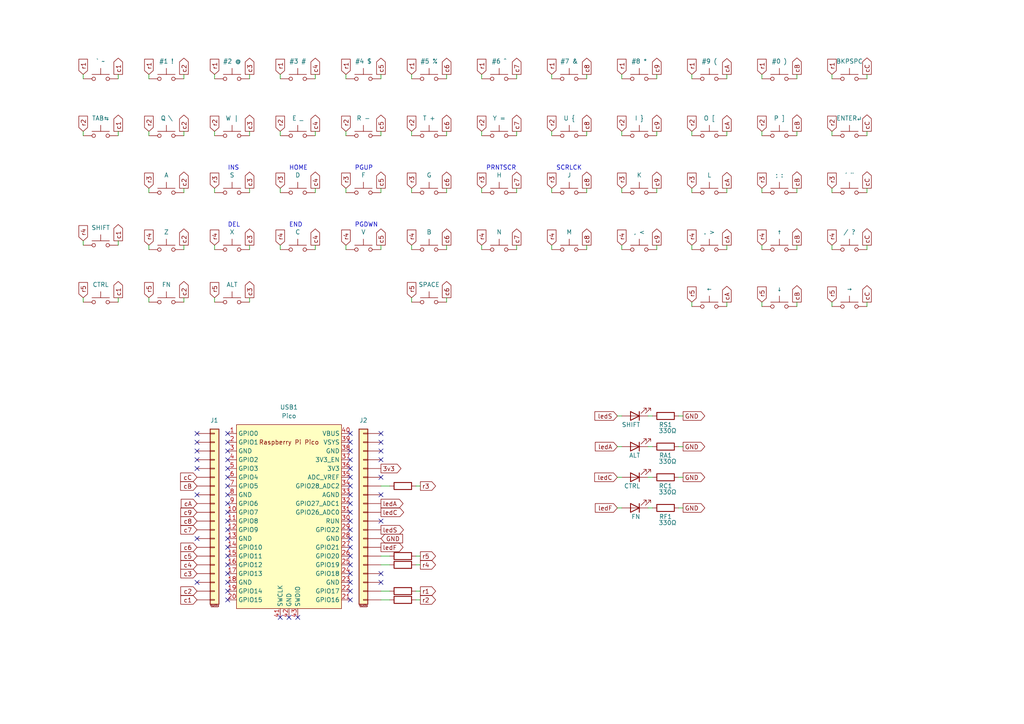
<source format=kicad_sch>
(kicad_sch (version 20211123) (generator eeschema)
  (paper "A4")
  (title_block (title "Pico QWERTY for Cyberdeck") (date "2024-12-02") (rev "v1.0") (comment 1 "by Juancho386") (comment 2 "https://github.com/juancho386/circuits/tree/main/cyberdeck"))
  (lib_symbols
    (symbol "Conn_01x20_MountingPin_1" (pin_numbers hide) (pin_names (offset 1.016) hide)
      (property "Reference" "J1" (at -1.27 26.67 0))
      (symbol "Conn_01x20_MountingPin_1_1_1"
        (rectangle (start -1.27 -25.273) (end 0 -25.527) (stroke (width 0.1524)))
        (rectangle (start -1.27 -22.733) (end 0 -22.987) (stroke (width 0.1524)))
        (rectangle (start -1.27 -20.193) (end 0 -20.447) (stroke (width 0.1524)))
        (rectangle (start -1.27 -17.653) (end 0 -17.907) (stroke (width 0.1524)))
        (rectangle (start -1.27 -15.113) (end 0 -15.367) (stroke (width 0.1524)))
        (rectangle (start -1.27 -12.573) (end 0 -12.827) (stroke (width 0.1524)))
        (rectangle (start -1.27 -10.033) (end 0 -10.287) (stroke (width 0.1524)))
        (rectangle (start -1.27 -7.493) (end 0 -7.747) (stroke (width 0.1524)))
        (rectangle (start -1.27 -4.953) (end 0 -5.207) (stroke (width 0.1524)))
        (rectangle (start -1.27 -2.413) (end 0 -2.667) (stroke (width 0.1524)))
        (rectangle (start -1.27 0.127) (end 0 -0.127) (stroke (width 0.1524)))
        (rectangle (start -1.27 2.667) (end 0 2.413) (stroke (width 0.1524)))
        (rectangle (start -1.27 5.207) (end 0 4.953) (stroke (width 0.1524)))
        (rectangle (start -1.27 7.747) (end 0 7.493) (stroke (width 0.1524)))
        (rectangle (start -1.27 10.287) (end 0 10.033) (stroke (width 0.1524)))
        (rectangle (start -1.27 12.827) (end 0 12.573) (stroke (width 0.1524)))
        (rectangle (start -1.27 15.367) (end 0 15.113) (stroke (width 0.1524)))
        (rectangle (start -1.27 17.907) (end 0 17.653) (stroke (width 0.1524)))
        (rectangle (start -1.27 20.447) (end 0 20.193) (stroke (width 0.1524)))
        (rectangle (start -1.27 22.987) (end 0 22.733) (stroke (width 0.1524)))
        (rectangle (start -1.27 24.13) (end 1.27 -26.67) (stroke (width 0.254)) (fill (type background)))
        (polyline (pts (xy -1.016 -27.432) (xy 1.016 -27.432)) (stroke (width 0.1524)))
        (text "Mounting" (at 0 -27.051 0) (effects (font (size 0.381 0.381))))
        (pin passive line (at -5.08 22.86 0) (length 3.81) (name "Pin_1") (number "1"))
        (pin passive line (at -5.08 0 0) (length 3.81) (name "Pin_10") (number "10"))
        (pin passive line (at -5.08 -2.54 0) (length 3.81) (name "Pin_11") (number "11"))
        (pin passive line (at -5.08 -5.08 0) (length 3.81) (name "Pin_12") (number "12"))
        (pin passive line (at -5.08 -7.62 0) (length 3.81) (name "Pin_13") (number "13"))
        (pin passive line (at -5.08 -10.16 0) (length 3.81) (name "Pin_14") (number "14"))
        (pin passive line (at -5.08 -12.7 0) (length 3.81) (name "Pin_15") (number "15"))
        (pin passive line (at -5.08 -15.24 0) (length 3.81) (name "Pin_16") (number "16"))
        (pin passive line (at -5.08 -17.78 0) (length 3.81) (name "Pin_17") (number "17"))
        (pin passive line (at -5.08 -20.32 0) (length 3.81) (name "Pin_18") (number "18"))
        (pin passive line (at -5.08 -22.86 0) (length 3.81) (name "Pin_19") (number "19"))
        (pin passive line (at -5.08 20.32 0) (length 3.81) (name "Pin_2") (number "2"))
        (pin passive line (at -5.08 -25.4 0) (length 3.81) (name "Pin_20") (number "20"))
        (pin passive line (at -5.08 17.78 0) (length 3.81) (name "Pin_3") (number "3"))
        (pin passive line (at -5.08 15.24 0) (length 3.81) (name "Pin_4") (number "4"))
        (pin passive line (at -5.08 12.7 0) (length 3.81) (name "Pin_5") (number "5"))
        (pin passive line (at -5.08 10.16 0) (length 3.81) (name "Pin_6") (number "6"))
        (pin passive line (at -5.08 7.62 0) (length 3.81) (name "Pin_7") (number "7"))
        (pin passive line (at -5.08 5.08 0) (length 3.81) (name "Pin_8") (number "8"))
        (pin passive line (at -5.08 2.54 0) (length 3.81) (name "Pin_9") (number "9"))
      )
    )
    (symbol "Connector_Generic_MountingPin:Conn_01x20_MountingPin" (pin_numbers hide) (pin_names (offset 1.016) hide)
      (property "Reference" "J2" (at 0 26.67 0))
      (symbol "Conn_01x20_MountingPin_1_1"
        (rectangle (start -1.27 -25.273) (end 0 -25.527) (stroke (width 0.1524)))
        (rectangle (start -1.27 -22.733) (end 0 -22.987) (stroke (width 0.1524)))
        (rectangle (start -1.27 -20.193) (end 0 -20.447) (stroke (width 0.1524)))
        (rectangle (start -1.27 -17.653) (end 0 -17.907) (stroke (width 0.1524)))
        (rectangle (start -1.27 -15.113) (end 0 -15.367) (stroke (width 0.1524)))
        (rectangle (start -1.27 -12.573) (end 0 -12.827) (stroke (width 0.1524)))
        (rectangle (start -1.27 -10.033) (end 0 -10.287) (stroke (width 0.1524)))
        (rectangle (start -1.27 -7.493) (end 0 -7.747) (stroke (width 0.1524)))
        (rectangle (start -1.27 -4.953) (end 0 -5.207) (stroke (width 0.1524)))
        (rectangle (start -1.27 -2.413) (end 0 -2.667) (stroke (width 0.1524)))
        (rectangle (start -1.27 0.127) (end 0 -0.127) (stroke (width 0.1524)))
        (rectangle (start -1.27 2.667) (end 0 2.413) (stroke (width 0.1524)))
        (rectangle (start -1.27 5.207) (end 0 4.953) (stroke (width 0.1524)))
        (rectangle (start -1.27 7.747) (end 0 7.493) (stroke (width 0.1524)))
        (rectangle (start -1.27 10.287) (end 0 10.033) (stroke (width 0.1524)))
        (rectangle (start -1.27 12.827) (end 0 12.573) (stroke (width 0.1524)))
        (rectangle (start -1.27 15.367) (end 0 15.113) (stroke (width 0.1524)))
        (rectangle (start -1.27 17.907) (end 0 17.653) (stroke (width 0.1524)))
        (rectangle (start -1.27 20.447) (end 0 20.193) (stroke (width 0.1524)))
        (rectangle (start -1.27 22.987) (end 0 22.733) (stroke (width 0.1524)))
        (rectangle (start -1.27 24.13) (end 1.27 -26.67) (stroke (width 0.254)) (fill (type background)))
        (polyline (pts (xy -1.016 -27.432) (xy 1.016 -27.432)) (stroke (width 0.1524)))
        (text "Mounting" (at 0 -27.051 0) (effects (font (size 0.381 0.381))))
        (pin passive line (at -5.08 22.86 0) (length 3.81) (name "Pin_1") (number "1"))
        (pin passive line (at -5.08 0 0) (length 3.81) (name "Pin_10") (number "10"))
        (pin passive line (at -5.08 -2.54 0) (length 3.81) (name "Pin_11") (number "11"))
        (pin passive line (at -5.08 -5.08 0) (length 3.81) (name "Pin_12") (number "12"))
        (pin passive line (at -5.08 -7.62 0) (length 3.81) (name "Pin_13") (number "13"))
        (pin passive line (at -5.08 -10.16 0) (length 3.81) (name "Pin_14") (number "14"))
        (pin passive line (at -5.08 -12.7 0) (length 3.81) (name "Pin_15") (number "15"))
        (pin passive line (at -5.08 -15.24 0) (length 3.81) (name "Pin_16") (number "16"))
        (pin passive line (at -5.08 -17.78 0) (length 3.81) (name "Pin_17") (number "17"))
        (pin passive line (at -5.08 -20.32 0) (length 3.81) (name "Pin_18") (number "18"))
        (pin passive line (at -5.08 -22.86 0) (length 3.81) (name "Pin_19") (number "19"))
        (pin passive line (at -5.08 20.32 0) (length 3.81) (name "Pin_2") (number "2"))
        (pin passive line (at -5.08 -25.4 0) (length 3.81) (name "Pin_20") (number "20"))
        (pin passive line (at -5.08 17.78 0) (length 3.81) (name "Pin_3") (number "3"))
        (pin passive line (at -5.08 15.24 0) (length 3.81) (name "Pin_4") (number "4"))
        (pin passive line (at -5.08 12.7 0) (length 3.81) (name "Pin_5") (number "5"))
        (pin passive line (at -5.08 10.16 0) (length 3.81) (name "Pin_6") (number "6"))
        (pin passive line (at -5.08 7.62 0) (length 3.81) (name "Pin_7") (number "7"))
        (pin passive line (at -5.08 5.08 0) (length 3.81) (name "Pin_8") (number "8"))
        (pin passive line (at -5.08 2.54 0) (length 3.81) (name "Pin_9") (number "9"))
      )
    )
    (symbol "Device:LED" (pin_numbers hide) (pin_names (offset 1.016) hide)
      (property "Reference" "D" (at 0 2.54 0))
      (property "Value" "LED" (at 0 -2.54 0))
      (symbol "LED_0_1"
        (polyline (pts (xy -1.27 -1.27) (xy -1.27 1.27)) (stroke (width 0.254)))
        (polyline (pts (xy -1.27 0) (xy 1.27 0)))
        (polyline (pts (xy 1.27 -1.27) (xy 1.27 1.27) (xy -1.27 0) (xy 1.27 -1.27)) (stroke (width 0.254)))
        (polyline (pts (xy -3.048 -0.762) (xy -4.572 -2.286) (xy -3.81 -2.286) (xy -4.572 -2.286) (xy -4.572 -1.524)))
        (polyline (pts (xy -1.778 -0.762) (xy -3.302 -2.286) (xy -2.54 -2.286) (xy -3.302 -2.286) (xy -3.302 -1.524)))
      )
      (symbol "LED_1_1"
        (pin passive line (at -3.81 0 0) (length 2.54) (name "K") (number "1"))
        (pin passive line (at 3.81 0 180) (length 2.54) (name "A") (number "2"))
      )
    )
    (symbol "Device:R" (pin_numbers hide) (pin_names (offset 0))
      (property "Reference" "R" (at 2.032 0 90))
      (property "Value" "R" (at 0 0 90))
      (symbol "R_0_1"
        (rectangle (start -1.016 -2.54) (end 1.016 2.54) (stroke (width 0.254)))
      )
      (symbol "R_1_1"
        (pin passive line (at 0 3.81 270) (length 1.27) (name "~") (number "1"))
        (pin passive line (at 0 -3.81 90) (length 1.27) (name "~") (number "2"))
      )
    )
    (symbol "MCU_RaspberryPi_and_Boards:Pico"
      (property "Reference" "U" (at -13.97 27.94 0))
      (property "Value" "Pico" (at 0 19.05 0))
      (symbol "Pico_0_0"
        (text "Raspberry Pi Pico" (at 0 21.59 0) (effects (font (size 1.27 1.27))))
      )
      (symbol "Pico_0_1"
        (rectangle (start -15.24 26.67) (end 15.24 -26.67) (fill (type background)))
      )
      (symbol "Pico_1_1"
        (pin bidirectional line (at -17.78 24.13 0) (length 2.54) (name "GPIO0") (number "1"))
        (pin bidirectional line (at -17.78 1.27 0) (length 2.54) (name "GPIO7") (number "10"))
        (pin bidirectional line (at -17.78 -1.27 0) (length 2.54) (name "GPIO8") (number "11"))
        (pin bidirectional line (at -17.78 -3.81 0) (length 2.54) (name "GPIO9") (number "12"))
        (pin power_in line (at -17.78 -6.35 0) (length 2.54) (name "GND") (number "13"))
        (pin bidirectional line (at -17.78 -8.89 0) (length 2.54) (name "GPIO10") (number "14"))
        (pin bidirectional line (at -17.78 -11.43 0) (length 2.54) (name "GPIO11") (number "15"))
        (pin bidirectional line (at -17.78 -13.97 0) (length 2.54) (name "GPIO12") (number "16"))
        (pin bidirectional line (at -17.78 -16.51 0) (length 2.54) (name "GPIO13") (number "17"))
        (pin power_in line (at -17.78 -19.05 0) (length 2.54) (name "GND") (number "18"))
        (pin bidirectional line (at -17.78 -21.59 0) (length 2.54) (name "GPIO14") (number "19"))
        (pin bidirectional line (at -17.78 21.59 0) (length 2.54) (name "GPIO1") (number "2"))
        (pin bidirectional line (at -17.78 -24.13 0) (length 2.54) (name "GPIO15") (number "20"))
        (pin bidirectional line (at 17.78 -24.13 180) (length 2.54) (name "GPIO16") (number "21"))
        (pin bidirectional line (at 17.78 -21.59 180) (length 2.54) (name "GPIO17") (number "22"))
        (pin power_in line (at 17.78 -19.05 180) (length 2.54) (name "GND") (number "23"))
        (pin bidirectional line (at 17.78 -16.51 180) (length 2.54) (name "GPIO18") (number "24"))
        (pin bidirectional line (at 17.78 -13.97 180) (length 2.54) (name "GPIO19") (number "25"))
        (pin bidirectional line (at 17.78 -11.43 180) (length 2.54) (name "GPIO20") (number "26"))
        (pin bidirectional line (at 17.78 -8.89 180) (length 2.54) (name "GPIO21") (number "27"))
        (pin power_in line (at 17.78 -6.35 180) (length 2.54) (name "GND") (number "28"))
        (pin bidirectional line (at 17.78 -3.81 180) (length 2.54) (name "GPIO22") (number "29"))
        (pin power_in line (at -17.78 19.05 0) (length 2.54) (name "GND") (number "3"))
        (pin input line (at 17.78 -1.27 180) (length 2.54) (name "RUN") (number "30"))
        (pin bidirectional line (at 17.78 1.27 180) (length 2.54) (name "GPIO26_ADC0") (number "31"))
        (pin bidirectional line (at 17.78 3.81 180) (length 2.54) (name "GPIO27_ADC1") (number "32"))
        (pin power_in line (at 17.78 6.35 180) (length 2.54) (name "AGND") (number "33"))
        (pin bidirectional line (at 17.78 8.89 180) (length 2.54) (name "GPIO28_ADC2") (number "34"))
        (pin power_in line (at 17.78 11.43 180) (length 2.54) (name "ADC_VREF") (number "35"))
        (pin power_in line (at 17.78 13.97 180) (length 2.54) (name "3V3") (number "36"))
        (pin input line (at 17.78 16.51 180) (length 2.54) (name "3V3_EN") (number "37"))
        (pin bidirectional line (at 17.78 19.05 180) (length 2.54) (name "GND") (number "38"))
        (pin power_in line (at 17.78 21.59 180) (length 2.54) (name "VSYS") (number "39"))
        (pin bidirectional line (at -17.78 16.51 0) (length 2.54) (name "GPIO2") (number "4"))
        (pin power_in line (at 17.78 24.13 180) (length 2.54) (name "VBUS") (number "40"))
        (pin input line (at -2.54 -29.21 90) (length 2.54) (name "SWCLK") (number "41"))
        (pin power_in line (at 0 -29.21 90) (length 2.54) (name "GND") (number "42"))
        (pin bidirectional line (at 2.54 -29.21 90) (length 2.54) (name "SWDIO") (number "43"))
        (pin bidirectional line (at -17.78 13.97 0) (length 2.54) (name "GPIO3") (number "5"))
        (pin bidirectional line (at -17.78 11.43 0) (length 2.54) (name "GPIO4") (number "6"))
        (pin bidirectional line (at -17.78 8.89 0) (length 2.54) (name "GPIO5") (number "7"))
        (pin power_in line (at -17.78 6.35 0) (length 2.54) (name "GND") (number "8"))
        (pin bidirectional line (at -17.78 3.81 0) (length 2.54) (name "GPIO6") (number "9"))
      )
    )
    (symbol "Switch:SW_Push" (pin_numbers hide) (pin_names (offset 1.016) hide)
      (property "Reference" "SW" (at 1.27 2.54 0))
      (property "Value" "SW_Push" (at 0 -1.524 0))
      (symbol "SW_Push_0_1"
        (circle (center -2.032 0) (radius 0.508))
        (polyline (pts (xy 0 1.27) (xy 0 3.048)))
        (polyline (pts (xy 2.54 1.27) (xy -2.54 1.27)))
        (circle (center 2.032 0) (radius 0.508))
        (pin passive line (at -5.08 0 0) (length 2.54) (name "1") (number "1"))
        (pin passive line (at 5.08 0 180) (length 2.54) (name "2") (number "2"))
      )
    )
  )
  (no_connect (at 110.49 166.37))
  (no_connect (at 110.49 138.43))
  (no_connect (at 81.28 179.07))
  (no_connect (at 83.82 179.07))
  (no_connect (at 86.36 179.07))
  (no_connect (at 66.04 168.91))
  (no_connect (at 66.04 130.81))
  (no_connect (at 66.04 133.35))
  (no_connect (at 66.04 135.89))
  (no_connect (at 66.04 143.51))
  (no_connect (at 66.04 156.21))
  (no_connect (at 101.6 125.73))
  (no_connect (at 66.04 125.73))
  (no_connect (at 66.04 128.27))
  (no_connect (at 101.6 133.35))
  (no_connect (at 101.6 130.81))
  (no_connect (at 101.6 128.27))
  (no_connect (at 101.6 151.13))
  (no_connect (at 101.6 168.91))
  (no_connect (at 101.6 143.51))
  (no_connect (at 101.6 140.97))
  (no_connect (at 101.6 138.43))
  (no_connect (at 101.6 148.59))
  (no_connect (at 110.49 143.51))
  (no_connect (at 110.49 151.13))
  (no_connect (at 110.49 125.73))
  (no_connect (at 110.49 128.27))
  (no_connect (at 110.49 130.81))
  (no_connect (at 110.49 133.35))
  (no_connect (at 101.6 153.67))
  (no_connect (at 101.6 156.21))
  (no_connect (at 101.6 158.75))
  (no_connect (at 101.6 161.29))
  (no_connect (at 101.6 163.83))
  (no_connect (at 101.6 166.37))
  (no_connect (at 110.49 168.91))
  (no_connect (at 57.15 156.21))
  (no_connect (at 66.04 173.99))
  (no_connect (at 57.15 168.91))
  (no_connect (at 57.15 143.51))
  (no_connect (at 66.04 171.45))
  (no_connect (at 66.04 166.37))
  (no_connect (at 66.04 163.83))
  (no_connect (at 66.04 161.29))
  (no_connect (at 66.04 158.75))
  (no_connect (at 66.04 153.67))
  (no_connect (at 66.04 151.13))
  (no_connect (at 66.04 148.59))
  (no_connect (at 66.04 146.05))
  (no_connect (at 66.04 140.97))
  (no_connect (at 66.04 138.43))
  (no_connect (at 101.6 135.89))
  (no_connect (at 101.6 146.05))
  (no_connect (at 101.6 173.99))
  (no_connect (at 101.6 171.45))
  (no_connect (at 57.15 125.73))
  (no_connect (at 57.15 135.89))
  (no_connect (at 57.15 133.35))
  (no_connect (at 57.15 130.81))
  (no_connect (at 57.15 128.27))
  (wire (pts (xy 110.49 163.83) (xy 113.03 163.83)))
  (wire (pts (xy 200.66 54.61) (xy 200.66 55.88)))
  (wire (pts (xy 119.38 71.12) (xy 119.38 72.39)))
  (wire (pts (xy 34.29 69.85) (xy 34.29 71.12)))
  (wire (pts (xy 110.49 173.99) (xy 113.03 173.99)))
  (wire (pts (xy 210.82 87.63) (xy 210.82 88.9)))
  (wire (pts (xy 53.34 86.36) (xy 53.34 87.63)))
  (wire (pts (xy 119.38 54.61) (xy 119.38 55.88)))
  (wire (pts (xy 62.23 54.61) (xy 62.23 55.88)))
  (wire (pts (xy 110.49 21.59) (xy 110.49 22.86)))
  (wire (pts (xy 170.18 54.61) (xy 170.18 55.88)))
  (wire (pts (xy 34.29 21.59) (xy 34.29 22.86)))
  (wire (pts (xy 129.54 54.61) (xy 129.54 55.88)))
  (wire (pts (xy 139.7 21.59) (xy 139.7 22.86)))
  (wire (pts (xy 160.02 54.61) (xy 160.02 55.88)))
  (wire (pts (xy 187.96 120.65) (xy 189.23 120.65)))
  (wire (pts (xy 129.54 21.59) (xy 129.54 22.86)))
  (wire (pts (xy 81.28 54.61) (xy 81.28 55.88)))
  (wire (pts (xy 231.14 54.61) (xy 231.14 55.88)))
  (wire (pts (xy 62.23 86.36) (xy 62.23 87.63)))
  (wire (pts (xy 24.13 69.85) (xy 24.13 71.12)))
  (wire (pts (xy 100.33 38.1) (xy 100.33 39.37)))
  (wire (pts (xy 72.39 86.36) (xy 72.39 87.63)))
  (wire (pts (xy 190.5 71.12) (xy 190.5 72.39)))
  (wire (pts (xy 43.18 71.12) (xy 43.18 72.39)))
  (wire (pts (xy 251.46 71.12) (xy 251.46 72.39)))
  (wire (pts (xy 43.18 21.59) (xy 43.18 22.86)))
  (wire (pts (xy 190.5 38.1) (xy 190.5 39.37)))
  (wire (pts (xy 180.34 38.1) (xy 180.34 39.37)))
  (wire (pts (xy 190.5 21.59) (xy 190.5 22.86)))
  (wire (pts (xy 196.85 138.43) (xy 198.12 138.43)))
  (wire (pts (xy 110.49 140.97) (xy 113.03 140.97)))
  (wire (pts (xy 139.7 38.1) (xy 139.7 39.37)))
  (wire (pts (xy 129.54 38.1) (xy 129.54 39.37)))
  (wire (pts (xy 180.34 21.59) (xy 180.34 22.86)))
  (wire (pts (xy 120.65 140.97) (xy 121.92 140.97)))
  (wire (pts (xy 231.14 21.59) (xy 231.14 22.86)))
  (wire (pts (xy 241.3 38.1) (xy 241.3 39.37)))
  (wire (pts (xy 100.33 71.12) (xy 100.33 72.39)))
  (wire (pts (xy 119.38 21.59) (xy 119.38 22.86)))
  (wire (pts (xy 72.39 21.59) (xy 72.39 22.86)))
  (wire (pts (xy 231.14 38.1) (xy 231.14 39.37)))
  (wire (pts (xy 119.38 38.1) (xy 119.38 39.37)))
  (wire (pts (xy 43.18 86.36) (xy 43.18 87.63)))
  (wire (pts (xy 110.49 161.29) (xy 113.03 161.29)))
  (wire (pts (xy 220.98 38.1) (xy 220.98 39.37)))
  (wire (pts (xy 81.28 21.59) (xy 81.28 22.86)))
  (wire (pts (xy 180.34 54.61) (xy 180.34 55.88)))
  (wire (pts (xy 139.7 71.12) (xy 139.7 72.39)))
  (wire (pts (xy 210.82 21.59) (xy 210.82 22.86)))
  (wire (pts (xy 187.96 138.43) (xy 189.23 138.43)))
  (wire (pts (xy 210.82 54.61) (xy 210.82 55.88)))
  (wire (pts (xy 43.18 38.1) (xy 43.18 39.37)))
  (wire (pts (xy 200.66 71.12) (xy 200.66 72.39)))
  (wire (pts (xy 34.29 86.36) (xy 34.29 87.63)))
  (wire (pts (xy 72.39 54.61) (xy 72.39 55.88)))
  (wire (pts (xy 24.13 86.36) (xy 24.13 87.63)))
  (wire (pts (xy 81.28 71.12) (xy 81.28 72.39)))
  (wire (pts (xy 120.65 161.29) (xy 121.92 161.29)))
  (wire (pts (xy 196.85 129.54) (xy 198.12 129.54)))
  (wire (pts (xy 129.54 71.12) (xy 129.54 72.39)))
  (wire (pts (xy 220.98 21.59) (xy 220.98 22.86)))
  (wire (pts (xy 187.96 129.54) (xy 189.23 129.54)))
  (wire (pts (xy 241.3 87.63) (xy 241.3 88.9)))
  (wire (pts (xy 220.98 87.63) (xy 220.98 88.9)))
  (wire (pts (xy 190.5 54.61) (xy 190.5 55.88)))
  (wire (pts (xy 180.34 120.65) (xy 179.07 120.65)))
  (wire (pts (xy 160.02 38.1) (xy 160.02 39.37)))
  (wire (pts (xy 53.34 71.12) (xy 53.34 72.39)))
  (wire (pts (xy 149.86 38.1) (xy 149.86 39.37)))
  (wire (pts (xy 120.65 173.99) (xy 121.92 173.99)))
  (wire (pts (xy 100.33 54.61) (xy 100.33 55.88)))
  (wire (pts (xy 241.3 21.59) (xy 241.3 22.86)))
  (wire (pts (xy 170.18 38.1) (xy 170.18 39.37)))
  (wire (pts (xy 251.46 38.1) (xy 251.46 39.37)))
  (wire (pts (xy 210.82 71.12) (xy 210.82 72.39)))
  (wire (pts (xy 53.34 54.61) (xy 53.34 55.88)))
  (wire (pts (xy 196.85 120.65) (xy 198.12 120.65)))
  (wire (pts (xy 231.14 71.12) (xy 231.14 72.39)))
  (wire (pts (xy 220.98 71.12) (xy 220.98 72.39)))
  (wire (pts (xy 81.28 38.1) (xy 81.28 39.37)))
  (wire (pts (xy 72.39 38.1) (xy 72.39 39.37)))
  (wire (pts (xy 91.44 71.12) (xy 91.44 72.39)))
  (wire (pts (xy 231.14 87.63) (xy 231.14 88.9)))
  (wire (pts (xy 180.34 138.43) (xy 179.07 138.43)))
  (wire (pts (xy 210.82 38.1) (xy 210.82 39.37)))
  (wire (pts (xy 241.3 54.61) (xy 241.3 55.88)))
  (wire (pts (xy 200.66 21.59) (xy 200.66 22.86)))
  (wire (pts (xy 53.34 38.1) (xy 53.34 39.37)))
  (wire (pts (xy 196.85 147.32) (xy 198.12 147.32)))
  (wire (pts (xy 220.98 54.61) (xy 220.98 55.88)))
  (wire (pts (xy 149.86 71.12) (xy 149.86 72.39)))
  (wire (pts (xy 91.44 38.1) (xy 91.44 39.37)))
  (wire (pts (xy 91.44 21.59) (xy 91.44 22.86)))
  (wire (pts (xy 200.66 87.63) (xy 200.66 88.9)))
  (wire (pts (xy 180.34 71.12) (xy 180.34 72.39)))
  (wire (pts (xy 129.54 86.36) (xy 129.54 87.63)))
  (wire (pts (xy 62.23 71.12) (xy 62.23 72.39)))
  (wire (pts (xy 139.7 54.61) (xy 139.7 55.88)))
  (wire (pts (xy 119.38 86.36) (xy 119.38 87.63)))
  (wire (pts (xy 62.23 21.59) (xy 62.23 22.86)))
  (wire (pts (xy 100.33 21.59) (xy 100.33 22.86)))
  (wire (pts (xy 53.34 21.59) (xy 53.34 22.86)))
  (wire (pts (xy 43.18 54.61) (xy 43.18 55.88)))
  (wire (pts (xy 34.29 38.1) (xy 34.29 39.37)))
  (wire (pts (xy 110.49 38.1) (xy 110.49 39.37)))
  (wire (pts (xy 160.02 21.59) (xy 160.02 22.86)))
  (wire (pts (xy 110.49 71.12) (xy 110.49 72.39)))
  (wire (pts (xy 180.34 147.32) (xy 179.07 147.32)))
  (wire (pts (xy 149.86 54.61) (xy 149.86 55.88)))
  (wire (pts (xy 170.18 71.12) (xy 170.18 72.39)))
  (wire (pts (xy 149.86 21.59) (xy 149.86 22.86)))
  (wire (pts (xy 24.13 38.1) (xy 24.13 39.37)))
  (wire (pts (xy 62.23 38.1) (xy 62.23 39.37)))
  (wire (pts (xy 251.46 87.63) (xy 251.46 88.9)))
  (wire (pts (xy 110.49 54.61) (xy 110.49 55.88)))
  (wire (pts (xy 241.3 71.12) (xy 241.3 72.39)))
  (wire (pts (xy 160.02 71.12) (xy 160.02 72.39)))
  (wire (pts (xy 120.65 171.45) (xy 121.92 171.45)))
  (wire (pts (xy 251.46 54.61) (xy 251.46 55.88)))
  (wire (pts (xy 110.49 171.45) (xy 113.03 171.45)))
  (wire (pts (xy 251.46 21.59) (xy 251.46 22.86)))
  (wire (pts (xy 200.66 38.1) (xy 200.66 39.37)))
  (wire (pts (xy 187.96 147.32) (xy 189.23 147.32)))
  (wire (pts (xy 180.34 129.54) (xy 179.07 129.54)))
  (wire (pts (xy 24.13 21.59) (xy 24.13 22.86)))
  (wire (pts (xy 170.18 21.59) (xy 170.18 22.86)))
  (wire (pts (xy 91.44 54.61) (xy 91.44 55.88)))
  (wire (pts (xy 120.65 163.83) (xy 121.92 163.83)))
  (wire (pts (xy 72.39 71.12) (xy 72.39 72.39)))
  (text "SCRLCK" (at 161.29 49.53 0) (effects (font (size 1.27 1.27)) (justify left bottom)))
  (text "PGUP" (at 102.87 49.53 0) (effects (font (size 1.27 1.27)) (justify left bottom)))
  (text "HOME\n" (at 83.82 49.53 0) (effects (font (size 1.27 1.27)) (justify left bottom)))
  (text "PGDWN" (at 102.87 66.04 0) (effects (font (size 1.27 1.27)) (justify left bottom)))
  (text "INS" (at 66.04 49.53 0) (effects (font (size 1.27 1.27)) (justify left bottom)))
  (text "DEL" (at 66.04 66.04 0) (effects (font (size 1.27 1.27)) (justify left bottom)))
  (text "END" (at 83.82 66.04 0) (effects (font (size 1.27 1.27)) (justify left bottom)))
  (text "PRNTSCR" (at 140.97 49.53 0) (effects (font (size 1.27 1.27)) (justify left bottom)))
  (global_label "r4" (shape input) (at 200.66 71.12 90) (property "Intersheet References" "${INTERSHEET_REFS}" (effects hide)))
  (global_label "cB" (shape output) (at 231.14 38.1 90) (property "Intersheet References" "${INTERSHEET_REFS}" (effects hide)))
  (global_label "cC" (shape input) (at 57.15 138.43 180) (property "Intersheet References" "${INTERSHEET_REFS}" (effects hide)))
  (global_label "r3" (shape input) (at 220.98 54.61 90) (property "Intersheet References" "${INTERSHEET_REFS}" (effects hide)))
  (global_label "c7" (shape output) (at 149.86 71.12 90) (property "Intersheet References" "${INTERSHEET_REFS}" (effects hide)))
  (global_label "r4" (shape input) (at 119.38 71.12 90) (property "Intersheet References" "${INTERSHEET_REFS}" (effects hide)))
  (global_label "c8" (shape input) (at 57.15 151.13 180) (property "Intersheet References" "${INTERSHEET_REFS}" (effects hide)))
  (global_label "c2" (shape output) (at 53.34 71.12 90) (property "Intersheet References" "${INTERSHEET_REFS}" (effects hide)))
  (global_label "ledF" (shape input) (at 179.07 147.32 180) (property "Intersheet References" "${INTERSHEET_REFS}" (effects hide)))
  (global_label "r2" (shape input) (at 62.23 38.1 90) (property "Intersheet References" "${INTERSHEET_REFS}" (effects hide)))
  (global_label "r4" (shape input) (at 220.98 71.12 90) (property "Intersheet References" "${INTERSHEET_REFS}" (effects hide)))
  (global_label "r4" (shape input) (at 160.02 71.12 90) (property "Intersheet References" "${INTERSHEET_REFS}" (effects hide)))
  (global_label "r1" (shape input) (at 24.13 21.59 90) (property "Intersheet References" "${INTERSHEET_REFS}" (effects hide)))
  (global_label "c1" (shape input) (at 57.15 173.99 180) (property "Intersheet References" "${INTERSHEET_REFS}" (effects hide)))
  (global_label "c4" (shape output) (at 91.44 38.1 90) (property "Intersheet References" "${INTERSHEET_REFS}" (effects hide)))
  (global_label "r2" (shape input) (at 220.98 38.1 90) (property "Intersheet References" "${INTERSHEET_REFS}" (effects hide)))
  (global_label "r2" (shape input) (at 119.38 38.1 90) (property "Intersheet References" "${INTERSHEET_REFS}" (effects hide)))
  (global_label "cA" (shape input) (at 57.15 146.05 180) (property "Intersheet References" "${INTERSHEET_REFS}" (effects hide)))
  (global_label "r1" (shape input) (at 160.02 21.59 90) (property "Intersheet References" "${INTERSHEET_REFS}" (effects hide)))
  (global_label "ledA" (shape input) (at 179.07 129.54 180) (property "Intersheet References" "${INTERSHEET_REFS}" (effects hide)))
  (global_label "c1" (shape output) (at 34.29 86.36 90) (property "Intersheet References" "${INTERSHEET_REFS}" (effects hide)))
  (global_label "r4" (shape input) (at 180.34 71.12 90) (property "Intersheet References" "${INTERSHEET_REFS}" (effects hide)))
  (global_label "ledC" (shape output) (at 110.49 148.59 0) (property "Intersheet References" "${INTERSHEET_REFS}" (effects hide)))
  (global_label "c1" (shape output) (at 34.29 38.1 90) (property "Intersheet References" "${INTERSHEET_REFS}" (effects hide)))
  (global_label "r3" (shape input) (at 43.18 54.61 90) (property "Intersheet References" "${INTERSHEET_REFS}" (effects hide)))
  (global_label "r4" (shape input) (at 43.18 71.12 90) (property "Intersheet References" "${INTERSHEET_REFS}" (effects hide)))
  (global_label "r1" (shape input) (at 180.34 21.59 90) (property "Intersheet References" "${INTERSHEET_REFS}" (effects hide)))
  (global_label "c5" (shape output) (at 110.49 38.1 90) (property "Intersheet References" "${INTERSHEET_REFS}" (effects hide)))
  (global_label "r1" (shape input) (at 119.38 21.59 90) (property "Intersheet References" "${INTERSHEET_REFS}" (effects hide)))
  (global_label "cA" (shape output) (at 210.82 38.1 90) (property "Intersheet References" "${INTERSHEET_REFS}" (effects hide)))
  (global_label "c2" (shape output) (at 53.34 38.1 90) (property "Intersheet References" "${INTERSHEET_REFS}" (effects hide)))
  (global_label "r2" (shape input) (at 180.34 38.1 90) (property "Intersheet References" "${INTERSHEET_REFS}" (effects hide)))
  (global_label "cA" (shape output) (at 210.82 71.12 90) (property "Intersheet References" "${INTERSHEET_REFS}" (effects hide)))
  (global_label "r1" (shape input) (at 43.18 21.59 90) (property "Intersheet References" "${INTERSHEET_REFS}" (effects hide)))
  (global_label "ledA" (shape output) (at 110.49 146.05 0) (property "Intersheet References" "${INTERSHEET_REFS}" (effects hide)))
  (global_label "cB" (shape output) (at 231.14 21.59 90) (property "Intersheet References" "${INTERSHEET_REFS}" (effects hide)))
  (global_label "r4" (shape input) (at 241.3 71.12 90) (property "Intersheet References" "${INTERSHEET_REFS}" (effects hide)))
  (global_label "r1" (shape output) (at 121.92 171.45 0) (property "Intersheet References" "${INTERSHEET_REFS}" (effects hide)))
  (global_label "ledF" (shape output) (at 110.49 158.75 0) (property "Intersheet References" "${INTERSHEET_REFS}" (effects hide)))
  (global_label "GND" (shape input) (at 110.49 156.21 0) (property "Intersheet References" "${INTERSHEET_REFS}" (effects hide)))
  (global_label "c8" (shape output) (at 170.18 71.12 90) (property "Intersheet References" "${INTERSHEET_REFS}" (effects hide)))
  (global_label "r5" (shape output) (at 121.92 161.29 0) (property "Intersheet References" "${INTERSHEET_REFS}" (effects hide)))
  (global_label "ledC" (shape input) (at 179.07 138.43 180) (property "Intersheet References" "${INTERSHEET_REFS}" (effects hide)))
  (global_label "c3" (shape output) (at 72.39 21.59 90) (property "Intersheet References" "${INTERSHEET_REFS}" (effects hide)))
  (global_label "r1" (shape input) (at 100.33 21.59 90) (property "Intersheet References" "${INTERSHEET_REFS}" (effects hide)))
  (global_label "c5" (shape output) (at 110.49 54.61 90) (property "Intersheet References" "${INTERSHEET_REFS}" (effects hide)))
  (global_label "r2" (shape output) (at 121.92 173.99 0) (property "Intersheet References" "${INTERSHEET_REFS}" (effects hide)))
  (global_label "3v3" (shape output) (at 110.49 135.89 0) (property "Intersheet References" "${INTERSHEET_REFS}" (effects hide)))
  (global_label "ledS" (shape input) (at 179.07 120.65 180) (property "Intersheet References" "${INTERSHEET_REFS}" (effects hide)))
  (global_label "c9" (shape output) (at 190.5 71.12 90) (property "Intersheet References" "${INTERSHEET_REFS}" (effects hide)))
  (global_label "c6" (shape output) (at 129.54 21.59 90) (property "Intersheet References" "${INTERSHEET_REFS}" (effects hide)))
  (global_label "r5" (shape input) (at 220.98 87.63 90) (property "Intersheet References" "${INTERSHEET_REFS}" (effects hide)))
  (global_label "r2" (shape input) (at 139.7 38.1 90) (property "Intersheet References" "${INTERSHEET_REFS}" (effects hide)))
  (global_label "cB" (shape output) (at 231.14 87.63 90) (property "Intersheet References" "${INTERSHEET_REFS}" (effects hide)))
  (global_label "r1" (shape input) (at 139.7 21.59 90) (property "Intersheet References" "${INTERSHEET_REFS}" (effects hide)))
  (global_label "r3" (shape input) (at 119.38 54.61 90) (property "Intersheet References" "${INTERSHEET_REFS}" (effects hide)))
  (global_label "c4" (shape input) (at 57.15 163.83 180) (property "Intersheet References" "${INTERSHEET_REFS}" (effects hide)))
  (global_label "c6" (shape output) (at 129.54 38.1 90) (property "Intersheet References" "${INTERSHEET_REFS}" (effects hide)))
  (global_label "r3" (shape input) (at 62.23 54.61 90) (property "Intersheet References" "${INTERSHEET_REFS}" (effects hide)))
  (global_label "r2" (shape input) (at 241.3 38.1 90) (property "Intersheet References" "${INTERSHEET_REFS}" (effects hide)))
  (global_label "c9" (shape output) (at 190.5 21.59 90) (property "Intersheet References" "${INTERSHEET_REFS}" (effects hide)))
  (global_label "c6" (shape output) (at 129.54 71.12 90) (property "Intersheet References" "${INTERSHEET_REFS}" (effects hide)))
  (global_label "c3" (shape output) (at 72.39 38.1 90) (property "Intersheet References" "${INTERSHEET_REFS}" (effects hide)))
  (global_label "r5" (shape input) (at 43.18 86.36 90) (property "Intersheet References" "${INTERSHEET_REFS}" (effects hide)))
  (global_label "r3" (shape input) (at 81.28 54.61 90) (property "Intersheet References" "${INTERSHEET_REFS}" (effects hide)))
  (global_label "r1" (shape input) (at 200.66 21.59 90) (property "Intersheet References" "${INTERSHEET_REFS}" (effects hide)))
  (global_label "c4" (shape output) (at 91.44 21.59 90) (property "Intersheet References" "${INTERSHEET_REFS}" (effects hide)))
  (global_label "r5" (shape input) (at 241.3 87.63 90) (property "Intersheet References" "${INTERSHEET_REFS}" (effects hide)))
  (global_label "c3" (shape output) (at 72.39 86.36 90) (property "Intersheet References" "${INTERSHEET_REFS}" (effects hide)))
  (global_label "ledS" (shape output) (at 110.49 153.67 0) (property "Intersheet References" "${INTERSHEET_REFS}" (effects hide)))
  (global_label "c2" (shape output) (at 53.34 54.61 90) (property "Intersheet References" "${INTERSHEET_REFS}" (effects hide)))
  (global_label "r1" (shape input) (at 81.28 21.59 90) (property "Intersheet References" "${INTERSHEET_REFS}" (effects hide)))
  (global_label "c2" (shape input) (at 57.15 171.45 180) (property "Intersheet References" "${INTERSHEET_REFS}" (effects hide)))
  (global_label "r4" (shape input) (at 62.23 71.12 90) (property "Intersheet References" "${INTERSHEET_REFS}" (effects hide)))
  (global_label "r5" (shape input) (at 24.13 86.36 90) (property "Intersheet References" "${INTERSHEET_REFS}" (effects hide)))
  (global_label "r4" (shape input) (at 24.13 69.85 90) (property "Intersheet References" "${INTERSHEET_REFS}" (effects hide)))
  (global_label "r4" (shape input) (at 81.28 71.12 90) (property "Intersheet References" "${INTERSHEET_REFS}" (effects hide)))
  (global_label "r2" (shape input) (at 100.33 38.1 90) (property "Intersheet References" "${INTERSHEET_REFS}" (effects hide)))
  (global_label "c7" (shape output) (at 149.86 38.1 90) (property "Intersheet References" "${INTERSHEET_REFS}" (effects hide)))
  (global_label "r3" (shape input) (at 180.34 54.61 90) (property "Intersheet References" "${INTERSHEET_REFS}" (effects hide)))
  (global_label "c3" (shape output) (at 72.39 54.61 90) (property "Intersheet References" "${INTERSHEET_REFS}" (effects hide)))
  (global_label "c6" (shape input) (at 57.15 158.75 180) (property "Intersheet References" "${INTERSHEET_REFS}" (effects hide)))
  (global_label "cB" (shape input) (at 57.15 140.97 180) (property "Intersheet References" "${INTERSHEET_REFS}" (effects hide)))
  (global_label "c7" (shape output) (at 149.86 54.61 90) (property "Intersheet References" "${INTERSHEET_REFS}" (effects hide)))
  (global_label "r3" (shape input) (at 160.02 54.61 90) (property "Intersheet References" "${INTERSHEET_REFS}" (effects hide)))
  (global_label "c4" (shape output) (at 91.44 54.61 90) (property "Intersheet References" "${INTERSHEET_REFS}" (effects hide)))
  (global_label "GND" (shape output) (at 198.12 120.65 0) (property "Intersheet References" "${INTERSHEET_REFS}" (effects hide)))
  (global_label "r2" (shape input) (at 81.28 38.1 90) (property "Intersheet References" "${INTERSHEET_REFS}" (effects hide)))
  (global_label "c1" (shape output) (at 34.29 69.85 90) (property "Intersheet References" "${INTERSHEET_REFS}" (effects hide)))
  (global_label "cC" (shape output) (at 251.46 71.12 90) (property "Intersheet References" "${INTERSHEET_REFS}" (effects hide)))
  (global_label "r3" (shape input) (at 200.66 54.61 90) (property "Intersheet References" "${INTERSHEET_REFS}" (effects hide)))
  (global_label "c7" (shape output) (at 149.86 21.59 90) (property "Intersheet References" "${INTERSHEET_REFS}" (effects hide)))
  (global_label "c9" (shape input) (at 57.15 148.59 180) (property "Intersheet References" "${INTERSHEET_REFS}" (effects hide)))
  (global_label "c5" (shape input) (at 57.15 161.29 180) (property "Intersheet References" "${INTERSHEET_REFS}" (effects hide)))
  (global_label "c3" (shape output) (at 72.39 71.12 90) (property "Intersheet References" "${INTERSHEET_REFS}" (effects hide)))
  (global_label "cA" (shape output) (at 210.82 54.61 90) (property "Intersheet References" "${INTERSHEET_REFS}" (effects hide)))
  (global_label "cC" (shape output) (at 251.46 38.1 90) (property "Intersheet References" "${INTERSHEET_REFS}" (effects hide)))
  (global_label "cB" (shape output) (at 231.14 71.12 90) (property "Intersheet References" "${INTERSHEET_REFS}" (effects hide)))
  (global_label "r2" (shape input) (at 24.13 38.1 90) (property "Intersheet References" "${INTERSHEET_REFS}" (effects hide)))
  (global_label "c5" (shape output) (at 110.49 21.59 90) (property "Intersheet References" "${INTERSHEET_REFS}" (effects hide)))
  (global_label "r3" (shape input) (at 241.3 54.61 90) (property "Intersheet References" "${INTERSHEET_REFS}" (effects hide)))
  (global_label "c6" (shape output) (at 129.54 54.61 90) (property "Intersheet References" "${INTERSHEET_REFS}" (effects hide)))
  (global_label "cC" (shape output) (at 251.46 87.63 90) (property "Intersheet References" "${INTERSHEET_REFS}" (effects hide)))
  (global_label "r4" (shape output) (at 121.92 163.83 0) (property "Intersheet References" "${INTERSHEET_REFS}" (effects hide)))
  (global_label "cA" (shape output) (at 210.82 87.63 90) (property "Intersheet References" "${INTERSHEET_REFS}" (effects hide)))
  (global_label "cC" (shape output) (at 251.46 54.61 90) (property "Intersheet References" "${INTERSHEET_REFS}" (effects hide)))
  (global_label "r2" (shape input) (at 43.18 38.1 90) (property "Intersheet References" "${INTERSHEET_REFS}" (effects hide)))
  (global_label "c8" (shape output) (at 170.18 54.61 90) (property "Intersheet References" "${INTERSHEET_REFS}" (effects hide)))
  (global_label "GND" (shape output) (at 198.12 138.43 0) (property "Intersheet References" "${INTERSHEET_REFS}" (effects hide)))
  (global_label "c1" (shape output) (at 34.29 21.59 90) (property "Intersheet References" "${INTERSHEET_REFS}" (effects hide)))
  (global_label "c3" (shape input) (at 57.15 166.37 180) (property "Intersheet References" "${INTERSHEET_REFS}" (effects hide)))
  (global_label "cC" (shape output) (at 251.46 21.59 90) (property "Intersheet References" "${INTERSHEET_REFS}" (effects hide)))
  (global_label "r3" (shape input) (at 139.7 54.61 90) (property "Intersheet References" "${INTERSHEET_REFS}" (effects hide)))
  (global_label "GND" (shape output) (at 198.12 147.32 0) (property "Intersheet References" "${INTERSHEET_REFS}" (effects hide)))
  (global_label "c2" (shape output) (at 53.34 86.36 90) (property "Intersheet References" "${INTERSHEET_REFS}" (effects hide)))
  (global_label "r3" (shape output) (at 121.92 140.97 0) (property "Intersheet References" "${INTERSHEET_REFS}" (effects hide)))
  (global_label "r2" (shape input) (at 200.66 38.1 90) (property "Intersheet References" "${INTERSHEET_REFS}" (effects hide)))
  (global_label "c2" (shape output) (at 53.34 21.59 90) (property "Intersheet References" "${INTERSHEET_REFS}" (effects hide)))
  (global_label "GND" (shape output) (at 198.12 129.54 0) (property "Intersheet References" "${INTERSHEET_REFS}" (effects hide)))
  (global_label "r2" (shape input) (at 160.02 38.1 90) (property "Intersheet References" "${INTERSHEET_REFS}" (effects hide)))
  (global_label "cA" (shape output) (at 210.82 21.59 90) (property "Intersheet References" "${INTERSHEET_REFS}" (effects hide)))
  (global_label "r4" (shape input) (at 100.33 71.12 90) (property "Intersheet References" "${INTERSHEET_REFS}" (effects hide)))
  (global_label "r5" (shape input) (at 119.38 86.36 90) (property "Intersheet References" "${INTERSHEET_REFS}" (effects hide)))
  (global_label "cB" (shape output) (at 231.14 54.61 90) (property "Intersheet References" "${INTERSHEET_REFS}" (effects hide)))
  (global_label "c9" (shape output) (at 190.5 54.61 90) (property "Intersheet References" "${INTERSHEET_REFS}" (effects hide)))
  (global_label "c9" (shape output) (at 190.5 38.1 90) (property "Intersheet References" "${INTERSHEET_REFS}" (effects hide)))
  (global_label "c8" (shape output) (at 170.18 21.59 90) (property "Intersheet References" "${INTERSHEET_REFS}" (effects hide)))
  (global_label "c6" (shape output) (at 129.54 86.36 90) (property "Intersheet References" "${INTERSHEET_REFS}" (effects hide)))
  (global_label "r1" (shape input) (at 220.98 21.59 90) (property "Intersheet References" "${INTERSHEET_REFS}" (effects hide)))
  (global_label "r3" (shape input) (at 100.33 54.61 90) (property "Intersheet References" "${INTERSHEET_REFS}" (effects hide)))
  (global_label "c4" (shape output) (at 91.44 71.12 90) (property "Intersheet References" "${INTERSHEET_REFS}" (effects hide)))
  (global_label "c8" (shape output) (at 170.18 38.1 90) (property "Intersheet References" "${INTERSHEET_REFS}" (effects hide)))
  (global_label "r4" (shape input) (at 139.7 71.12 90) (property "Intersheet References" "${INTERSHEET_REFS}" (effects hide)))
  (global_label "r1" (shape input) (at 62.23 21.59 90) (property "Intersheet References" "${INTERSHEET_REFS}" (effects hide)))
  (global_label "c7" (shape input) (at 57.15 153.67 180) (property "Intersheet References" "${INTERSHEET_REFS}" (effects hide)))
  (global_label "r1" (shape input) (at 241.3 21.59 90) (property "Intersheet References" "${INTERSHEET_REFS}" (effects hide)))
  (global_label "c5" (shape output) (at 110.49 71.12 90) (property "Intersheet References" "${INTERSHEET_REFS}" (effects hide)))
  (global_label "r5" (shape input) (at 62.23 86.36 90) (property "Intersheet References" "${INTERSHEET_REFS}" (effects hide)))
  (global_label "r5" (shape input) (at 200.66 87.63 90) (property "Intersheet References" "${INTERSHEET_REFS}" (effects hide)))
  (symbol (lib_id "Switch:SW_Push") (at 105.41 22.86 0) (unit 1)
    (property "Reference" "SW4" (effects hide))
    (property "Value" "#4 $" (at 105.41 17.78 0))
    (property "Footprint" "Button_Switch_THT:SW_PUSH_6mm" (effects hide))
  )
  (symbol (lib_id "Device:R") (at 116.84 171.45 90) (unit 1)
    (property "Reference" "RR1" (effects hide))
    (property "Value" "R" (effects hide))
    (property "Footprint" "Resistor_SMD:R_0805_2012Metric_Pad1.20x1.40mm_HandSolder" (effects hide))
  )
  (symbol (lib_id "Switch:SW_Push") (at 124.46 39.37 0) (unit 1)
    (property "Reference" "SWt1" (effects hide))
    (property "Value" "T +" (at 124.46 34.29 0))
    (property "Footprint" "Button_Switch_THT:SW_PUSH_6mm" (effects hide))
  )
  (symbol (lib_id "Device:R") (at 116.84 140.97 90) (unit 1)
    (property "Reference" "RR3" (effects hide))
    (property "Value" "R" (effects hide))
    (property "Footprint" "Resistor_SMD:R_0805_2012Metric_Pad1.20x1.40mm_HandSolder" (effects hide))
  )
  (symbol (lib_id "Switch:SW_Push") (at 67.31 22.86 0) (unit 1)
    (property "Reference" "SW2" (effects hide))
    (property "Value" "#2 @" (at 67.31 17.78 0))
    (property "Footprint" "Button_Switch_THT:SW_PUSH_6mm" (effects hide))
  )
  (symbol (lib_id "Device:LED") (at 184.15 129.54 180) (unit 1)
    (property "Reference" "Dalt1" (effects hide))
    (property "Value" "ALT" (at 185.7376 132.08 0) (effects (justify left)))
    (property "Footprint" "LED_THT:LED_D3.0mm" (effects hide))
  )
  (symbol (lib_id "Device:LED") (at 184.15 147.32 180) (unit 1)
    (property "Reference" "Dfn1" (effects hide))
    (property "Value" "FN" (at 185.7376 149.86 0) (effects (justify left)))
    (property "Footprint" "LED_THT:LED_D3.0mm" (effects hide))
  )
  (symbol (lib_id "Switch:SW_Push") (at 29.21 22.86 0) (unit 1)
    (property "Reference" "SWquote1" (effects hide))
    (property "Value" "` ~" (at 29.21 17.78 0))
    (property "Footprint" "Button_Switch_THT:SW_PUSH_6mm" (effects hide))
  )
  (symbol (lib_id "Switch:SW_Push") (at 246.38 22.86 0) (unit 1)
    (property "Reference" "SWdel1" (effects hide))
    (property "Value" "BKPSPC" (at 246.38 17.78 0))
    (property "Footprint" "Button_Switch_THT:SW_PUSH_6mm" (effects hide))
  )
  (symbol (lib_id "Device:LED") (at 184.15 120.65 180) (unit 1)
    (property "Reference" "Dshift1" (effects hide))
    (property "Value" "SHIFT" (at 185.7376 123.19 0) (effects (justify left)))
    (property "Footprint" "LED_THT:LED_D3.0mm" (effects hide))
  )
  (symbol (lib_id "Switch:SW_Push") (at 105.41 39.37 0) (unit 1)
    (property "Reference" "SWr1" (effects hide))
    (property "Value" "R -" (at 105.41 34.29 0))
    (property "Footprint" "Button_Switch_THT:SW_PUSH_6mm" (effects hide))
  )
  (symbol (lib_id "Device:R") (at 193.04 138.43 90) (unit 1)
    (property "Reference" "RC1" (at 193.04 140.97 90))
    (property "Value" "330Ω" (at 193.6286 142.734 90))
    (property "Footprint" "Resistor_SMD:R_0805_2012Metric_Pad1.20x1.40mm_HandSolder" (effects hide))
  )
  (symbol (lib_id "Switch:SW_Push") (at 205.74 39.37 0) (unit 1)
    (property "Reference" "SWo1" (effects hide))
    (property "Value" "O [" (at 205.74 34.29 0))
    (property "Footprint" "Button_Switch_THT:SW_PUSH_6mm" (effects hide))
  )
  (symbol (lib_id "Switch:SW_Push") (at 226.06 55.88 0) (unit 1)
    (property "Reference" "SWpuntoycoma1" (effects hide))
    (property "Value" "; :" (at 226.06 50.8 0))
    (property "Footprint" "Button_Switch_THT:SW_PUSH_6mm" (effects hide))
  )
  (symbol (lib_id "Switch:SW_Push") (at 48.26 72.39 0) (unit 1)
    (property "Reference" "SWz1" (effects hide))
    (property "Value" "Z" (at 48.26 67.31 0))
    (property "Footprint" "Button_Switch_THT:SW_PUSH_6mm" (effects hide))
  )
  (symbol (lib_id "MCU_RaspberryPi_and_Boards:Pico") (at 83.82 149.86 0) (unit 1) (on_board no)
    (property "Reference" "USB1" (at 83.82 118.11 0))
    (property "Value" "Pico" (at 83.82 120.65 0))
    (property "Footprint" "MCU_RaspberryPi_and_Boards:RPi_Pico_SMD_TH" (effects hide))
  )
  (symbol (lib_id "Switch:SW_Push") (at 124.46 87.63 0) (unit 1)
    (property "Reference" "SWspace1" (effects hide))
    (property "Value" "SPACE" (at 124.46 82.55 0))
    (property "Footprint" "Button_Switch_THT:SW_PUSH_6mm" (effects hide))
  )
  (symbol (lib_id "Switch:SW_Push") (at 185.42 22.86 0) (unit 1)
    (property "Reference" "SW8" (effects hide))
    (property "Value" "#8 *" (at 185.42 17.78 0))
    (property "Footprint" "Button_Switch_THT:SW_PUSH_6mm" (effects hide))
  )
  (symbol (lib_id "Switch:SW_Push") (at 246.38 39.37 0) (unit 1)
    (property "Reference" "SWenter1" (effects hide))
    (property "Value" "ENTER↲" (at 246.38 34.29 0))
    (property "Footprint" "Button_Switch_THT:SW_PUSH_6mm" (effects hide))
  )
  (symbol (lib_id "Switch:SW_Push") (at 67.31 55.88 0) (unit 1)
    (property "Reference" "SWs1" (effects hide))
    (property "Value" "S" (at 67.31 50.8 0))
    (property "Footprint" "Button_Switch_THT:SW_PUSH_6mm" (effects hide))
  )
  (symbol (lib_id "Switch:SW_Push") (at 226.06 39.37 0) (unit 1)
    (property "Reference" "SWp1" (effects hide))
    (property "Value" "P ]" (at 226.06 34.29 0))
    (property "Footprint" "Button_Switch_THT:SW_PUSH_6mm" (effects hide))
  )
  (symbol (lib_id "Switch:SW_Push") (at 124.46 72.39 0) (unit 1)
    (property "Reference" "SWb1" (effects hide))
    (property "Value" "B" (at 124.46 67.31 0))
    (property "Footprint" "Button_Switch_THT:SW_PUSH_6mm" (effects hide))
  )
  (symbol (lib_id "Switch:SW_Push") (at 246.38 72.39 0) (unit 1)
    (property "Reference" "SW/1" (effects hide))
    (property "Value" "/ ?" (at 246.38 67.31 0))
    (property "Footprint" "Button_Switch_THT:SW_PUSH_6mm" (effects hide))
  )
  (symbol (lib_id "Switch:SW_Push") (at 29.21 39.37 0) (unit 1)
    (property "Reference" "SWtab1" (effects hide))
    (property "Value" "TAB⇆" (at 29.21 34.29 0))
    (property "Footprint" "Button_Switch_THT:SW_PUSH_6mm" (effects hide))
  )
  (symbol (lib_id "Switch:SW_Push") (at 86.36 39.37 0) (unit 1)
    (property "Reference" "SWe1" (effects hide))
    (property "Value" "E _" (at 86.36 34.29 0))
    (property "Footprint" "Button_Switch_THT:SW_PUSH_6mm" (effects hide))
  )
  (symbol (lib_id "Switch:SW_Push") (at 48.26 39.37 0) (unit 1)
    (property "Reference" "SWq1" (effects hide))
    (property "Value" "Q \\" (at 48.26 34.29 0))
    (property "Footprint" "Button_Switch_THT:SW_PUSH_6mm" (effects hide))
  )
  (symbol (lib_id "Switch:SW_Push") (at 105.41 55.88 0) (unit 1)
    (property "Reference" "SWf1" (effects hide))
    (property "Value" "F" (at 105.41 50.8 0))
    (property "Footprint" "Button_Switch_THT:SW_PUSH_6mm" (effects hide))
  )
  (symbol (lib_id "Switch:SW_Push") (at 205.74 72.39 0) (unit 1)
    (property "Reference" "SWpunto1" (effects hide))
    (property "Value" ". >" (at 205.74 67.31 0))
    (property "Footprint" "Button_Switch_THT:SW_PUSH_6mm" (effects hide))
  )
  (symbol (lib_id "Switch:SW_Push") (at 205.74 22.86 0) (unit 1)
    (property "Reference" "SW9" (effects hide))
    (property "Value" "#9 (" (at 205.74 17.78 0))
    (property "Footprint" "Button_Switch_THT:SW_PUSH_6mm" (effects hide))
  )
  (symbol (lib_id "Switch:SW_Push") (at 144.78 22.86 0) (unit 1)
    (property "Reference" "SW6" (effects hide))
    (property "Value" "#6 ^" (at 144.78 17.78 0))
    (property "Footprint" "Button_Switch_THT:SW_PUSH_6mm" (effects hide))
  )
  (symbol (lib_id "Switch:SW_Push") (at 67.31 87.63 0) (unit 1)
    (property "Reference" "SWalt1" (effects hide))
    (property "Value" "ALT" (at 67.31 82.55 0))
    (property "Footprint" "Button_Switch_THT:SW_PUSH_6mm" (effects hide))
  )
  (symbol (lib_id "Switch:SW_Push") (at 67.31 72.39 0) (unit 1)
    (property "Reference" "SWx1" (effects hide))
    (property "Value" "X" (at 67.31 67.31 0))
    (property "Footprint" "Button_Switch_THT:SW_PUSH_6mm" (effects hide))
  )
  (symbol (lib_id "Switch:SW_Push") (at 226.06 72.39 0) (unit 1)
    (property "Reference" "SWup1" (effects hide))
    (property "Value" "↑" (at 226.06 67.31 0))
    (property "Footprint" "Button_Switch_THT:SW_PUSH_6mm" (effects hide))
  )
  (symbol (lib_id "Device:R") (at 116.84 161.29 90) (unit 1)
    (property "Reference" "RR5" (effects hide))
    (property "Value" "330ohn" (effects hide))
    (property "Footprint" "Resistor_SMD:R_0805_2012Metric_Pad1.20x1.40mm_HandSolder" (effects hide))
  )
  (symbol (lib_id "Device:R") (at 193.04 147.32 90) (unit 1)
    (property "Reference" "RF1" (at 193.04 149.86 90))
    (property "Value" "330Ω" (at 193.6286 151.624 90))
    (property "Footprint" "Resistor_SMD:R_0805_2012Metric_Pad1.20x1.40mm_HandSolder" (effects hide))
  )
  (symbol (lib_id "Switch:SW_Push") (at 165.1 72.39 0) (unit 1)
    (property "Reference" "SWm1" (effects hide))
    (property "Value" "M" (at 165.1 67.31 0))
    (property "Footprint" "Button_Switch_THT:SW_PUSH_6mm" (effects hide))
  )
  (symbol (lib_id "Switch:SW_Push") (at 124.46 55.88 0) (unit 1)
    (property "Reference" "SWg1" (effects hide))
    (property "Value" "G" (at 124.46 50.8 0))
    (property "Footprint" "Button_Switch_THT:SW_PUSH_6mm" (effects hide))
  )
  (symbol (lib_id "Switch:SW_Push") (at 48.26 22.86 0) (unit 1)
    (property "Reference" "SW1" (effects hide))
    (property "Value" "#1 !" (at 48.26 17.78 0))
    (property "Footprint" "Button_Switch_THT:SW_PUSH_6mm" (effects hide))
  )
  (symbol (lib_id "Device:R") (at 193.04 120.65 90) (unit 1)
    (property "Reference" "RS1" (at 193.04 123.19 90))
    (property "Value" "330Ω" (at 193.6286 124.954 90))
    (property "Footprint" "Resistor_SMD:R_0805_2012Metric_Pad1.20x1.40mm_HandSolder" (effects hide))
  )
  (symbol (lib_id "Switch:SW_Push") (at 86.36 55.88 0) (unit 1)
    (property "Reference" "SWd1" (effects hide))
    (property "Value" "D" (at 86.36 50.8 0))
    (property "Footprint" "Button_Switch_THT:SW_PUSH_6mm" (effects hide))
  )
  (symbol (lib_id "Switch:SW_Push") (at 246.38 88.9 0) (unit 1)
    (property "Reference" "SWright1" (effects hide))
    (property "Value" "→" (at 246.38 83.82 0))
    (property "Footprint" "Button_Switch_THT:SW_PUSH_6mm" (effects hide))
  )
  (symbol (lib_id "Switch:SW_Push") (at 205.74 55.88 0) (unit 1)
    (property "Reference" "SWl1" (effects hide))
    (property "Value" "L" (at 205.74 50.8 0))
    (property "Footprint" "Button_Switch_THT:SW_PUSH_6mm" (effects hide))
  )
  (symbol (lib_id "Device:R") (at 116.84 173.99 90) (unit 1)
    (property "Reference" "RR2" (effects hide))
    (property "Value" "R" (effects hide))
    (property "Footprint" "Resistor_SMD:R_0805_2012Metric_Pad1.20x1.40mm_HandSolder" (effects hide))
  )
  (symbol (lib_id "Switch:SW_Push") (at 144.78 55.88 0) (unit 1)
    (property "Reference" "SWh1" (effects hide))
    (property "Value" "H" (at 144.78 50.8 0))
    (property "Footprint" "Button_Switch_THT:SW_PUSH_6mm" (effects hide))
  )
  (symbol (lib_id "Switch:SW_Push") (at 86.36 22.86 0) (unit 1)
    (property "Reference" "SW3" (effects hide))
    (property "Value" "#3 #" (at 86.36 17.78 0))
    (property "Footprint" "Button_Switch_THT:SW_PUSH_6mm" (effects hide))
  )
  (symbol (lib_id "Switch:SW_Push") (at 165.1 55.88 0) (unit 1)
    (property "Reference" "SWj1" (effects hide))
    (property "Value" "J" (at 165.1 50.8 0))
    (property "Footprint" "Button_Switch_THT:SW_PUSH_6mm" (effects hide))
  )
  (symbol (lib_id "Switch:SW_Push") (at 48.26 55.88 0) (unit 1)
    (property "Reference" "SWa1" (effects hide))
    (property "Value" "A" (at 48.26 50.8 0))
    (property "Footprint" "Button_Switch_THT:SW_PUSH_6mm" (effects hide))
  )
  (symbol (lib_id "Device:R") (at 193.04 129.54 90) (unit 1)
    (property "Reference" "RA1" (at 193.04 132.08 90))
    (property "Value" "330Ω" (at 193.6286 133.844 90))
    (property "Footprint" "Resistor_SMD:R_0805_2012Metric_Pad1.20x1.40mm_HandSolder" (effects hide))
  )
  (symbol (lib_id "Switch:SW_Push") (at 246.38 55.88 0) (unit 1)
    (property "Reference" "SWdblquote1" (effects hide))
    (property "Value" "' \"" (at 246.38 50.8 0))
    (property "Footprint" "Button_Switch_THT:SW_PUSH_6mm" (effects hide))
  )
  (symbol (lib_id "Switch:SW_Push") (at 165.1 22.86 0) (unit 1)
    (property "Reference" "SW7" (effects hide))
    (property "Value" "#7 &" (at 165.1 17.78 0))
    (property "Footprint" "Button_Switch_THT:SW_PUSH_6mm" (effects hide))
  )
  (symbol (lib_id "Switch:SW_Push") (at 185.42 55.88 0) (unit 1)
    (property "Reference" "SWk1" (effects hide))
    (property "Value" "K" (at 185.42 50.8 0))
    (property "Footprint" "Button_Switch_THT:SW_PUSH_6mm" (effects hide))
  )
  (symbol (lib_id "Switch:SW_Push") (at 29.21 87.63 0) (unit 1)
    (property "Reference" "SWctrl1" (effects hide))
    (property "Value" "CTRL" (at 29.21 82.55 0))
    (property "Footprint" "Button_Switch_THT:SW_PUSH_6mm" (effects hide))
  )
  (symbol (lib_id "Switch:SW_Push") (at 144.78 39.37 0) (unit 1)
    (property "Reference" "SWy1" (effects hide))
    (property "Value" "Y =" (at 144.78 34.29 0))
    (property "Footprint" "Button_Switch_THT:SW_PUSH_6mm" (effects hide))
  )
  (symbol (lib_id "Switch:SW_Push") (at 48.26 87.63 0) (unit 1)
    (property "Reference" "SWfn1" (effects hide))
    (property "Value" "FN" (at 48.26 82.55 0))
    (property "Footprint" "Button_Switch_THT:SW_PUSH_6mm" (effects hide))
  )
  (symbol (lib_id "Switch:SW_Push") (at 185.42 39.37 0) (unit 1)
    (property "Reference" "SWi1" (effects hide))
    (property "Value" "I }" (at 185.42 34.29 0))
    (property "Footprint" "Button_Switch_THT:SW_PUSH_6mm" (effects hide))
  )
  (symbol (lib_id "Switch:SW_Push") (at 29.21 71.12 0) (unit 1)
    (property "Reference" "SWshift1" (effects hide))
    (property "Value" "SHIFT" (at 29.21 66.04 0))
    (property "Footprint" "Button_Switch_THT:SW_PUSH_6mm" (effects hide))
  )
  (symbol (lib_id "Switch:SW_Push") (at 165.1 39.37 0) (unit 1)
    (property "Reference" "SWu1" (effects hide))
    (property "Value" "U {" (at 165.1 34.29 0))
    (property "Footprint" "Button_Switch_THT:SW_PUSH_6mm" (effects hide))
  )
  (symbol (lib_id "Switch:SW_Push") (at 67.31 39.37 0) (unit 1)
    (property "Reference" "SWw1" (effects hide))
    (property "Value" "W |" (at 67.31 34.29 0))
    (property "Footprint" "Button_Switch_THT:SW_PUSH_6mm" (effects hide))
  )
  (symbol (lib_id "Switch:SW_Push") (at 205.74 88.9 0) (unit 1)
    (property "Reference" "SWleft1" (effects hide))
    (property "Value" "←" (at 205.74 83.82 0))
    (property "Footprint" "Button_Switch_THT:SW_PUSH_6mm" (effects hide))
  )
  (symbol (lib_id "Switch:SW_Push") (at 226.06 88.9 0) (unit 1)
    (property "Reference" "SWdown1" (effects hide))
    (property "Value" "↓" (at 226.06 83.82 0))
    (property "Footprint" "Button_Switch_THT:SW_PUSH_6mm" (effects hide))
  )
  (symbol (lib_name "Conn_01x20_MountingPin_1") (lib_id "Connector_Generic_MountingPin:Conn_01x20_MountingPin") (at 62.23 148.59 0) (unit 1)
    (property "Reference" "J1" (at 60.96 121.92 0) (effects (justify left)))
    (property "Value" "Conn_01x20_MountingPin" (effects hide))
    (property "Footprint" "Connector_PinHeader_2.54mm:PinHeader_1x20_P2.54mm_Vertical" (effects hide))
  )
  (symbol (lib_id "Switch:SW_Push") (at 144.78 72.39 0) (unit 1)
    (property "Reference" "SWn1" (effects hide))
    (property "Value" "N" (at 144.78 67.31 0))
    (property "Footprint" "Button_Switch_THT:SW_PUSH_6mm" (effects hide))
  )
  (symbol (lib_id "Switch:SW_Push") (at 105.41 72.39 0) (unit 1)
    (property "Reference" "SWv1" (effects hide))
    (property "Value" "V" (at 105.41 67.31 0))
    (property "Footprint" "Button_Switch_THT:SW_PUSH_6mm" (effects hide))
  )
  (symbol (lib_id "Device:R") (at 116.84 163.83 90) (unit 1)
    (property "Reference" "RR4" (effects hide))
    (property "Value" "R" (effects hide))
    (property "Footprint" "Resistor_SMD:R_0805_2012Metric_Pad1.20x1.40mm_HandSolder" (effects hide))
  )
  (symbol (lib_id "Switch:SW_Push") (at 226.06 22.86 0) (unit 1)
    (property "Reference" "SW0" (effects hide))
    (property "Value" "#0 )" (at 226.06 17.78 0))
    (property "Footprint" "Button_Switch_THT:SW_PUSH_6mm" (effects hide))
  )
  (symbol (lib_id "Switch:SW_Push") (at 185.42 72.39 0) (unit 1)
    (property "Reference" "SWcoma1" (effects hide))
    (property "Value" ", <" (at 185.42 67.31 0))
    (property "Footprint" "Button_Switch_THT:SW_PUSH_6mm" (effects hide))
  )
  (symbol (lib_id "Connector_Generic_MountingPin:Conn_01x20_MountingPin") (at 105.41 148.59 0) (mirror y) (unit 1)
    (property "Reference" "J2" (at 105.41 121.92 0))
    (property "Value" "Conn_01x20_MountingPin" (effects hide))
    (property "Footprint" "Connector_PinHeader_2.54mm:PinHeader_1x20_P2.54mm_Vertical" (effects hide))
  )
  (symbol (lib_id "Switch:SW_Push") (at 86.36 72.39 0) (unit 1)
    (property "Reference" "SWc1" (effects hide))
    (property "Value" "C" (at 86.36 67.31 0))
    (property "Footprint" "Button_Switch_THT:SW_PUSH_6mm" (effects hide))
  )
  (symbol (lib_id "Switch:SW_Push") (at 124.46 22.86 0) (unit 1)
    (property "Reference" "SW5" (effects hide))
    (property "Value" "#5 %" (at 124.46 17.78 0))
    (property "Footprint" "Button_Switch_THT:SW_PUSH_6mm" (effects hide))
  )
  (symbol (lib_id "Device:LED") (at 184.15 138.43 180) (unit 1)
    (property "Reference" "Dctrl1" (effects hide))
    (property "Value" "CTRL" (at 185.7376 140.97 0) (effects (justify left)))
    (property "Footprint" "LED_THT:LED_D3.0mm" (effects hide))
  )
)
</source>
